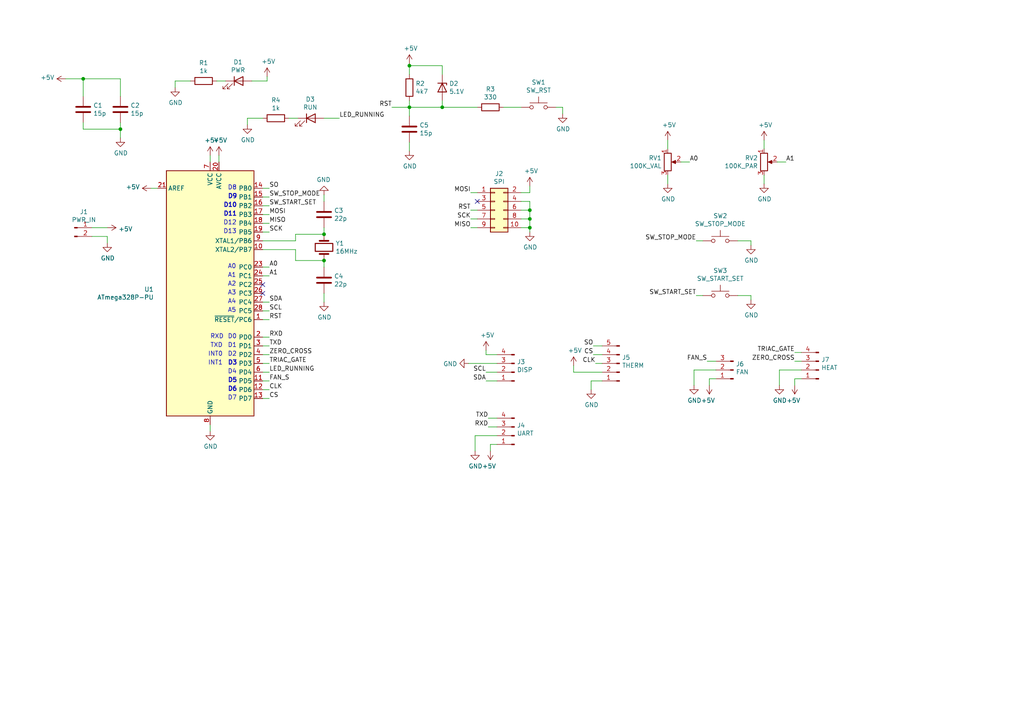
<source format=kicad_sch>
(kicad_sch (version 20230121) (generator eeschema)
  (paper "A4")
  (lib_symbols
    (symbol "Connector_Generic:Conn_02x05_Odd_Even" (pin_names (offset 1.016) hide)
      (property "Reference" "J" (at 1.27 7.62 0))
      (property "Value" "Conn_02x05_Odd_Even" (at 1.27 -7.62 0))
      (symbol "Conn_02x05_Odd_Even_1_1"
        (rectangle (start -1.27 -4.953) (end 0 -5.207) (stroke (width 0.1524)))
        (rectangle (start -1.27 -2.413) (end 0 -2.667) (stroke (width 0.1524)))
        (rectangle (start -1.27 0.127) (end 0 -0.127) (stroke (width 0.1524)))
        (rectangle (start -1.27 2.667) (end 0 2.413) (stroke (width 0.1524)))
        (rectangle (start -1.27 5.207) (end 0 4.953) (stroke (width 0.1524)))
        (rectangle (start -1.27 6.35) (end 3.81 -6.35) (stroke (width 0.254)) (fill (type background)))
        (rectangle (start 3.81 -4.953) (end 2.54 -5.207) (stroke (width 0.1524)))
        (rectangle (start 3.81 -2.413) (end 2.54 -2.667) (stroke (width 0.1524)))
        (rectangle (start 3.81 0.127) (end 2.54 -0.127) (stroke (width 0.1524)))
        (rectangle (start 3.81 2.667) (end 2.54 2.413) (stroke (width 0.1524)))
        (rectangle (start 3.81 5.207) (end 2.54 4.953) (stroke (width 0.1524)))
        (pin passive line (at -5.08 5.08 0) (length 3.81) (name "Pin_1") (number "1"))
        (pin passive line (at 7.62 -5.08 180) (length 3.81) (name "Pin_10") (number "10"))
        (pin passive line (at 7.62 5.08 180) (length 3.81) (name "Pin_2") (number "2"))
        (pin passive line (at -5.08 2.54 0) (length 3.81) (name "Pin_3") (number "3"))
        (pin passive line (at 7.62 2.54 180) (length 3.81) (name "Pin_4") (number "4"))
        (pin passive line (at -5.08 0 0) (length 3.81) (name "Pin_5") (number "5"))
        (pin passive line (at 7.62 0 180) (length 3.81) (name "Pin_6") (number "6"))
        (pin passive line (at -5.08 -2.54 0) (length 3.81) (name "Pin_7") (number "7"))
        (pin passive line (at 7.62 -2.54 180) (length 3.81) (name "Pin_8") (number "8"))
        (pin passive line (at -5.08 -5.08 0) (length 3.81) (name "Pin_9") (number "9"))
      )
    )
    (symbol "Device:C" (pin_numbers hide) (pin_names (offset 0.254))
      (property "Reference" "C" (at 0.635 2.54 0))
      (property "Value" "C" (at 0.635 -2.54 0))
      (symbol "C_0_1"
        (polyline (pts (xy -2.032 -0.762) (xy 2.032 -0.762)) (stroke (width 0.508)))
        (polyline (pts (xy -2.032 0.762) (xy 2.032 0.762)) (stroke (width 0.508)))
      )
      (symbol "C_1_1"
        (pin passive line (at 0 3.81 270) (length 2.794) (name "~") (number "1"))
        (pin passive line (at 0 -3.81 90) (length 2.794) (name "~") (number "2"))
      )
    )
    (symbol "Device:Crystal" (pin_numbers hide) (pin_names (offset 1.016) hide)
      (property "Reference" "Y" (at 0 3.81 0))
      (property "Value" "Crystal" (at 0 -3.81 0))
      (symbol "Crystal_0_1"
        (rectangle (start -1.143 2.54) (end 1.143 -2.54) (stroke (width 0.3048)))
        (polyline (pts (xy -2.54 0) (xy -1.905 0)))
        (polyline (pts (xy -1.905 -1.27) (xy -1.905 1.27)) (stroke (width 0.508)))
        (polyline (pts (xy 1.905 -1.27) (xy 1.905 1.27)) (stroke (width 0.508)))
        (polyline (pts (xy 2.54 0) (xy 1.905 0)))
      )
      (symbol "Crystal_1_1"
        (pin passive line (at -3.81 0 0) (length 1.27) (name "1") (number "1"))
        (pin passive line (at 3.81 0 180) (length 1.27) (name "2") (number "2"))
      )
    )
    (symbol "Device:D_Zener" (pin_numbers hide) (pin_names (offset 1.016) hide)
      (property "Reference" "D" (at 0 2.54 0))
      (property "Value" "D_Zener" (at 0 -2.54 0))
      (symbol "D_Zener_0_1"
        (polyline (pts (xy 1.27 0) (xy -1.27 0)))
        (polyline (pts (xy -1.27 -1.27) (xy -1.27 1.27) (xy -0.762 1.27)) (stroke (width 0.254)))
        (polyline (pts (xy 1.27 -1.27) (xy 1.27 1.27) (xy -1.27 0) (xy 1.27 -1.27)) (stroke (width 0.254)))
      )
      (symbol "D_Zener_1_1"
        (pin passive line (at -3.81 0 0) (length 2.54) (name "K") (number "1"))
        (pin passive line (at 3.81 0 180) (length 2.54) (name "A") (number "2"))
      )
    )
    (symbol "Device:LED" (pin_numbers hide) (pin_names (offset 1.016) hide)
      (property "Reference" "D" (at 0 2.54 0))
      (property "Value" "LED" (at 0 -2.54 0))
      (symbol "LED_0_1"
        (polyline (pts (xy -1.27 -1.27) (xy -1.27 1.27)) (stroke (width 0.254)))
        (polyline (pts (xy -1.27 0) (xy 1.27 0)))
        (polyline (pts (xy 1.27 -1.27) (xy 1.27 1.27) (xy -1.27 0) (xy 1.27 -1.27)) (stroke (width 0.254)))
        (polyline (pts (xy -3.048 -0.762) (xy -4.572 -2.286) (xy -3.81 -2.286) (xy -4.572 -2.286) (xy -4.572 -1.524)))
        (polyline (pts (xy -1.778 -0.762) (xy -3.302 -2.286) (xy -2.54 -2.286) (xy -3.302 -2.286) (xy -3.302 -1.524)))
      )
      (symbol "LED_1_1"
        (pin passive line (at -3.81 0 0) (length 2.54) (name "K") (number "1"))
        (pin passive line (at 3.81 0 180) (length 2.54) (name "A") (number "2"))
      )
    )
    (symbol "Device:R" (pin_numbers hide) (pin_names (offset 0))
      (property "Reference" "R" (at 2.032 0 90))
      (property "Value" "R" (at 0 0 90))
      (symbol "R_0_1"
        (rectangle (start -1.016 -2.54) (end 1.016 2.54) (stroke (width 0.254)))
      )
      (symbol "R_1_1"
        (pin passive line (at 0 3.81 270) (length 1.27) (name "~") (number "1"))
        (pin passive line (at 0 -3.81 90) (length 1.27) (name "~") (number "2"))
      )
    )
    (symbol "Switch:SW_Push" (pin_numbers hide) (pin_names (offset 1.016) hide)
      (property "Reference" "SW" (at 1.27 2.54 0))
      (property "Value" "SW_Push" (at 0 -1.524 0))
      (symbol "SW_Push_0_1"
        (circle (center -2.032 0) (radius 0.508))
        (polyline (pts (xy 0 1.27) (xy 0 3.048)))
        (polyline (pts (xy 2.54 1.27) (xy -2.54 1.27)))
        (circle (center 2.032 0) (radius 0.508))
        (pin passive line (at -5.08 0 0) (length 2.54) (name "1") (number "1"))
        (pin passive line (at 5.08 0 180) (length 2.54) (name "2") (number "2"))
      )
    )
    (symbol "power:+5V" (power) (pin_names (offset 0))
      (property "Value" "+5V" (at 0 3.556 0))
      (symbol "+5V_0_1"
        (polyline (pts (xy -0.762 1.27) (xy 0 2.54)))
        (polyline (pts (xy 0 0) (xy 0 2.54)))
        (polyline (pts (xy 0 2.54) (xy 0.762 1.27)))
      )
      (symbol "+5V_1_1"
        (pin power_in line (at 0 0 90) (length 0) hide (name "+5V") (number "1"))
      )
    )
    (symbol "power:GND" (power) (pin_names (offset 0))
      (property "Value" "GND" (at 0 -3.81 0))
      (symbol "GND_0_1"
        (polyline (pts (xy 0 0) (xy 0 -1.27) (xy 1.27 -1.27) (xy 0 -2.54) (xy -1.27 -1.27) (xy 0 -1.27)))
      )
      (symbol "GND_1_1"
        (pin power_in line (at 0 0 270) (length 0) hide (name "GND") (number "1"))
      )
    )
    (symbol "roaster-rescue:ATmega328P-PU-MCU_Microchip_ATmega"
      (property "Reference" "U" (at -12.7 36.83 0))
      (property "Value" "ATmega328P-PU-MCU_Microchip_ATmega" (at 2.54 -36.83 0))
      (symbol "ATmega328P-PU-MCU_Microchip_ATmega_0_1"
        (rectangle (start -12.7 -35.56) (end 12.7 35.56) (stroke (width 0.254)) (fill (type background)))
      )
      (symbol "ATmega328P-PU-MCU_Microchip_ATmega_1_1"
        (pin tri_state line (at 15.24 -7.62 180) (length 2.54) (name "~{RESET}/PC6") (number "1"))
        (pin tri_state line (at 15.24 12.7 180) (length 2.54) (name "XTAL2/PB7") (number "10"))
        (pin tri_state line (at 15.24 -25.4 180) (length 2.54) (name "PD5") (number "11"))
        (pin tri_state line (at 15.24 -27.94 180) (length 2.54) (name "PD6") (number "12"))
        (pin tri_state line (at 15.24 -30.48 180) (length 2.54) (name "PD7") (number "13"))
        (pin tri_state line (at 15.24 30.48 180) (length 2.54) (name "PB0") (number "14"))
        (pin tri_state line (at 15.24 27.94 180) (length 2.54) (name "PB1") (number "15"))
        (pin tri_state line (at 15.24 25.4 180) (length 2.54) (name "PB2") (number "16"))
        (pin tri_state line (at 15.24 22.86 180) (length 2.54) (name "PB3") (number "17"))
        (pin tri_state line (at 15.24 20.32 180) (length 2.54) (name "PB4") (number "18"))
        (pin tri_state line (at 15.24 17.78 180) (length 2.54) (name "PB5") (number "19"))
        (pin tri_state line (at 15.24 -12.7 180) (length 2.54) (name "PD0") (number "2"))
        (pin power_in line (at 2.54 38.1 270) (length 2.54) (name "AVCC") (number "20"))
        (pin passive line (at -15.24 30.48 0) (length 2.54) (name "AREF") (number "21"))
        (pin passive line (at 0 -38.1 90) (length 2.54) hide (name "GND") (number "22"))
        (pin tri_state line (at 15.24 7.62 180) (length 2.54) (name "PC0") (number "23"))
        (pin tri_state line (at 15.24 5.08 180) (length 2.54) (name "PC1") (number "24"))
        (pin tri_state line (at 15.24 2.54 180) (length 2.54) (name "PC2") (number "25"))
        (pin tri_state line (at 15.24 0 180) (length 2.54) (name "PC3") (number "26"))
        (pin tri_state line (at 15.24 -2.54 180) (length 2.54) (name "PC4") (number "27"))
        (pin tri_state line (at 15.24 -5.08 180) (length 2.54) (name "PC5") (number "28"))
        (pin tri_state line (at 15.24 -15.24 180) (length 2.54) (name "PD1") (number "3"))
        (pin tri_state line (at 15.24 -17.78 180) (length 2.54) (name "PD2") (number "4"))
        (pin tri_state line (at 15.24 -20.32 180) (length 2.54) (name "PD3") (number "5"))
        (pin tri_state line (at 15.24 -22.86 180) (length 2.54) (name "PD4") (number "6"))
        (pin power_in line (at 0 38.1 270) (length 2.54) (name "VCC") (number "7"))
        (pin power_in line (at 0 -38.1 90) (length 2.54) (name "GND") (number "8"))
        (pin tri_state line (at 15.24 15.24 180) (length 2.54) (name "XTAL1/PB6") (number "9"))
      )
    )
    (symbol "roaster-rescue:Conn_01x02_Male-Connector" (pin_names (offset 1.016) hide)
      (property "Reference" "J" (at 0 2.54 0))
      (property "Value" "Connector_Conn_01x02_Male" (at 0 -5.08 0))
      (symbol "Conn_01x02_Male-Connector_1_1"
        (polyline (pts (xy 1.27 -2.54) (xy 0.8636 -2.54)) (stroke (width 0.1524)))
        (polyline (pts (xy 1.27 0) (xy 0.8636 0)) (stroke (width 0.1524)))
        (rectangle (start 0.8636 -2.413) (end 0 -2.667) (stroke (width 0.1524)) (fill (type outline)))
        (rectangle (start 0.8636 0.127) (end 0 -0.127) (stroke (width 0.1524)) (fill (type outline)))
        (pin passive line (at 5.08 0 180) (length 3.81) (name "Pin_1") (number "1"))
        (pin passive line (at 5.08 -2.54 180) (length 3.81) (name "Pin_2") (number "2"))
      )
    )
    (symbol "roaster-rescue:Conn_01x03_Male-Connector" (pin_names (offset 1.016) hide)
      (property "Reference" "J" (at 0 5.08 0))
      (property "Value" "Connector_Conn_01x03_Male" (at 0 -5.08 0))
      (symbol "Conn_01x03_Male-Connector_1_1"
        (polyline (pts (xy 1.27 -2.54) (xy 0.8636 -2.54)) (stroke (width 0.1524)))
        (polyline (pts (xy 1.27 0) (xy 0.8636 0)) (stroke (width 0.1524)))
        (polyline (pts (xy 1.27 2.54) (xy 0.8636 2.54)) (stroke (width 0.1524)))
        (rectangle (start 0.8636 -2.413) (end 0 -2.667) (stroke (width 0.1524)) (fill (type outline)))
        (rectangle (start 0.8636 0.127) (end 0 -0.127) (stroke (width 0.1524)) (fill (type outline)))
        (rectangle (start 0.8636 2.667) (end 0 2.413) (stroke (width 0.1524)) (fill (type outline)))
        (pin passive line (at 5.08 2.54 180) (length 3.81) (name "Pin_1") (number "1"))
        (pin passive line (at 5.08 0 180) (length 3.81) (name "Pin_2") (number "2"))
        (pin passive line (at 5.08 -2.54 180) (length 3.81) (name "Pin_3") (number "3"))
      )
    )
    (symbol "roaster-rescue:Conn_01x04_Male-Connector" (pin_names (offset 1.016) hide)
      (property "Reference" "J" (at 0 5.08 0))
      (property "Value" "Connector_Conn_01x04_Male" (at 0 -7.62 0))
      (symbol "Conn_01x04_Male-Connector_1_1"
        (polyline (pts (xy 1.27 -5.08) (xy 0.8636 -5.08)) (stroke (width 0.1524)))
        (polyline (pts (xy 1.27 -2.54) (xy 0.8636 -2.54)) (stroke (width 0.1524)))
        (polyline (pts (xy 1.27 0) (xy 0.8636 0)) (stroke (width 0.1524)))
        (polyline (pts (xy 1.27 2.54) (xy 0.8636 2.54)) (stroke (width 0.1524)))
        (rectangle (start 0.8636 -4.953) (end 0 -5.207) (stroke (width 0.1524)) (fill (type outline)))
        (rectangle (start 0.8636 -2.413) (end 0 -2.667) (stroke (width 0.1524)) (fill (type outline)))
        (rectangle (start 0.8636 0.127) (end 0 -0.127) (stroke (width 0.1524)) (fill (type outline)))
        (rectangle (start 0.8636 2.667) (end 0 2.413) (stroke (width 0.1524)) (fill (type outline)))
        (pin passive line (at 5.08 2.54 180) (length 3.81) (name "Pin_1") (number "1"))
        (pin passive line (at 5.08 0 180) (length 3.81) (name "Pin_2") (number "2"))
        (pin passive line (at 5.08 -2.54 180) (length 3.81) (name "Pin_3") (number "3"))
        (pin passive line (at 5.08 -5.08 180) (length 3.81) (name "Pin_4") (number "4"))
      )
    )
    (symbol "roaster-rescue:Conn_01x05_Male-Connector" (pin_names (offset 1.016) hide)
      (property "Reference" "J" (at 0 7.62 0))
      (property "Value" "Connector_Conn_01x05_Male" (at 0 -7.62 0))
      (symbol "Conn_01x05_Male-Connector_1_1"
        (polyline (pts (xy 1.27 -5.08) (xy 0.8636 -5.08)) (stroke (width 0.1524)))
        (polyline (pts (xy 1.27 -2.54) (xy 0.8636 -2.54)) (stroke (width 0.1524)))
        (polyline (pts (xy 1.27 0) (xy 0.8636 0)) (stroke (width 0.1524)))
        (polyline (pts (xy 1.27 2.54) (xy 0.8636 2.54)) (stroke (width 0.1524)))
        (polyline (pts (xy 1.27 5.08) (xy 0.8636 5.08)) (stroke (width 0.1524)))
        (rectangle (start 0.8636 -4.953) (end 0 -5.207) (stroke (width 0.1524)) (fill (type outline)))
        (rectangle (start 0.8636 -2.413) (end 0 -2.667) (stroke (width 0.1524)) (fill (type outline)))
        (rectangle (start 0.8636 0.127) (end 0 -0.127) (stroke (width 0.1524)) (fill (type outline)))
        (rectangle (start 0.8636 2.667) (end 0 2.413) (stroke (width 0.1524)) (fill (type outline)))
        (rectangle (start 0.8636 5.207) (end 0 4.953) (stroke (width 0.1524)) (fill (type outline)))
        (pin passive line (at 5.08 5.08 180) (length 3.81) (name "Pin_1") (number "1"))
        (pin passive line (at 5.08 2.54 180) (length 3.81) (name "Pin_2") (number "2"))
        (pin passive line (at 5.08 0 180) (length 3.81) (name "Pin_3") (number "3"))
        (pin passive line (at 5.08 -2.54 180) (length 3.81) (name "Pin_4") (number "4"))
        (pin passive line (at 5.08 -5.08 180) (length 3.81) (name "Pin_5") (number "5"))
      )
    )
    (symbol "roaster-rescue:R_POT-Device" (pin_names (offset 1.016) hide)
      (property "Reference" "RV" (at -4.445 0 90))
      (property "Value" "Device_R_POT" (at -2.54 0 90))
      (symbol "R_POT-Device_0_1"
        (polyline (pts (xy 2.54 0) (xy 1.524 0)))
        (polyline (pts (xy 1.143 0) (xy 2.286 0.508) (xy 2.286 -0.508) (xy 1.143 0)) (fill (type outline)))
        (rectangle (start 1.016 2.54) (end -1.016 -2.54) (stroke (width 0.254)))
      )
      (symbol "R_POT-Device_1_1"
        (pin passive line (at 0 3.81 270) (length 1.27) (name "1") (number "1"))
        (pin passive line (at 3.81 0 180) (length 1.27) (name "2") (number "2"))
        (pin passive line (at 0 -3.81 90) (length 1.27) (name "3") (number "3"))
      )
    )
  )
  (junction (at 93.98 67.945))
  (junction (at 153.67 60.96))
  (junction (at 153.67 63.5))
  (junction (at 34.925 37.465))
  (junction (at 118.745 31.115))
  (junction (at 118.745 19.05))
  (junction (at 153.67 66.04))
  (junction (at 128.27 31.115))
  (junction (at 93.98 75.565))
  (junction (at 24.13 22.86))
  (no_connect (at 76.2 82.55))
  (no_connect (at 76.2 85.09))
  (no_connect (at 138.43 58.42))
  (wire (pts (xy 201.295 107.315) (xy 201.295 111.76)))
  (wire (pts (xy 63.5 45.085) (xy 63.5 46.99)))
  (wire (pts (xy 50.8 23.495) (xy 50.8 25.4)))
  (wire (pts (xy 34.925 37.465) (xy 34.925 40.005)))
  (wire (pts (xy 153.67 55.88) (xy 153.67 53.975)))
  (wire (pts (xy 76.2 102.87) (xy 78.105 102.87)))
  (wire (pts (xy 174.625 100.33) (xy 172.085 100.33)))
  (wire (pts (xy 207.645 104.775) (xy 205.105 104.775)))
  (wire (pts (xy 98.425 34.29) (xy 93.98 34.29)))
  (wire (pts (xy 207.645 109.855) (xy 205.74 109.855)))
  (wire (pts (xy 230.505 109.855) (xy 230.505 111.76)))
  (wire (pts (xy 76.2 80.01) (xy 78.105 80.01)))
  (wire (pts (xy 232.41 104.775) (xy 230.505 104.775)))
  (wire (pts (xy 128.27 29.21) (xy 128.27 31.115)))
  (wire (pts (xy 174.625 105.41) (xy 172.72 105.41)))
  (wire (pts (xy 205.74 109.855) (xy 205.74 111.76)))
  (wire (pts (xy 138.43 55.88) (xy 136.525 55.88)))
  (wire (pts (xy 146.05 31.115) (xy 151.13 31.115)))
  (wire (pts (xy 138.43 63.5) (xy 136.525 63.5)))
  (wire (pts (xy 232.41 107.315) (xy 226.06 107.315)))
  (wire (pts (xy 128.27 21.59) (xy 128.27 19.05)))
  (wire (pts (xy 85.725 75.565) (xy 93.98 75.565)))
  (wire (pts (xy 76.2 77.47) (xy 78.105 77.47)))
  (wire (pts (xy 153.67 60.96) (xy 153.67 63.5)))
  (wire (pts (xy 193.675 50.8) (xy 193.675 53.34)))
  (wire (pts (xy 85.725 69.85) (xy 85.725 67.945)))
  (wire (pts (xy 77.47 23.495) (xy 73.025 23.495)))
  (wire (pts (xy 76.2 69.85) (xy 85.725 69.85)))
  (wire (pts (xy 213.995 85.725) (xy 217.805 85.725)))
  (wire (pts (xy 207.645 107.315) (xy 201.295 107.315)))
  (wire (pts (xy 76.2 72.39) (xy 85.725 72.39)))
  (wire (pts (xy 76.2 110.49) (xy 78.105 110.49)))
  (wire (pts (xy 144.145 102.87) (xy 140.97 102.87)))
  (wire (pts (xy 24.13 35.56) (xy 24.13 37.465)))
  (wire (pts (xy 62.865 23.495) (xy 65.405 23.495)))
  (wire (pts (xy 217.805 69.85) (xy 217.805 71.12)))
  (wire (pts (xy 83.82 34.29) (xy 86.36 34.29)))
  (wire (pts (xy 118.745 19.05) (xy 118.745 18.415)))
  (wire (pts (xy 221.615 40.64) (xy 221.615 43.18)))
  (wire (pts (xy 144.145 105.41) (xy 135.89 105.41)))
  (wire (pts (xy 201.93 85.725) (xy 203.835 85.725)))
  (wire (pts (xy 118.745 21.59) (xy 118.745 19.05)))
  (wire (pts (xy 93.98 85.09) (xy 93.98 87.63)))
  (wire (pts (xy 43.815 54.61) (xy 45.72 54.61)))
  (wire (pts (xy 24.13 37.465) (xy 34.925 37.465)))
  (wire (pts (xy 85.725 67.945) (xy 93.98 67.945)))
  (wire (pts (xy 151.13 55.88) (xy 153.67 55.88)))
  (wire (pts (xy 60.96 45.085) (xy 60.96 46.99)))
  (wire (pts (xy 128.27 31.115) (xy 138.43 31.115)))
  (wire (pts (xy 76.2 113.03) (xy 78.105 113.03)))
  (wire (pts (xy 144.145 110.49) (xy 140.97 110.49)))
  (wire (pts (xy 153.67 63.5) (xy 153.67 66.04)))
  (wire (pts (xy 76.2 59.69) (xy 78.105 59.69)))
  (wire (pts (xy 144.145 107.95) (xy 140.97 107.95)))
  (wire (pts (xy 76.2 115.57) (xy 78.105 115.57)))
  (wire (pts (xy 31.115 68.58) (xy 31.115 70.485)))
  (wire (pts (xy 71.755 34.29) (xy 71.755 36.195)))
  (wire (pts (xy 34.925 35.56) (xy 34.925 37.465)))
  (wire (pts (xy 118.745 41.275) (xy 118.745 43.815)))
  (wire (pts (xy 137.795 126.365) (xy 137.795 130.81)))
  (wire (pts (xy 118.745 31.115) (xy 128.27 31.115)))
  (wire (pts (xy 232.41 109.855) (xy 230.505 109.855)))
  (wire (pts (xy 118.745 33.655) (xy 118.745 31.115)))
  (wire (pts (xy 197.485 46.99) (xy 200.025 46.99)))
  (wire (pts (xy 174.625 110.49) (xy 171.45 110.49)))
  (wire (pts (xy 217.805 85.725) (xy 217.805 86.995)))
  (wire (pts (xy 201.93 69.85) (xy 203.835 69.85)))
  (wire (pts (xy 113.665 31.115) (xy 118.745 31.115)))
  (wire (pts (xy 93.98 56.515) (xy 93.98 58.42)))
  (wire (pts (xy 174.625 102.87) (xy 172.085 102.87)))
  (wire (pts (xy 153.67 58.42) (xy 153.67 60.96)))
  (wire (pts (xy 76.2 57.15) (xy 78.105 57.15)))
  (wire (pts (xy 142.24 128.905) (xy 142.24 130.81)))
  (wire (pts (xy 76.2 54.61) (xy 78.105 54.61)))
  (wire (pts (xy 226.06 107.315) (xy 226.06 111.76)))
  (wire (pts (xy 76.2 92.71) (xy 78.105 92.71)))
  (wire (pts (xy 76.2 100.33) (xy 78.105 100.33)))
  (wire (pts (xy 76.2 34.29) (xy 71.755 34.29)))
  (wire (pts (xy 232.41 102.235) (xy 230.505 102.235)))
  (wire (pts (xy 151.13 63.5) (xy 153.67 63.5)))
  (wire (pts (xy 141.605 121.285) (xy 144.145 121.285)))
  (wire (pts (xy 76.2 90.17) (xy 78.105 90.17)))
  (wire (pts (xy 174.625 107.95) (xy 166.37 107.95)))
  (wire (pts (xy 153.67 66.04) (xy 153.67 67.31)))
  (wire (pts (xy 138.43 66.04) (xy 136.525 66.04)))
  (wire (pts (xy 163.195 31.115) (xy 163.195 33.02)))
  (wire (pts (xy 151.13 66.04) (xy 153.67 66.04)))
  (wire (pts (xy 118.745 29.21) (xy 118.745 31.115)))
  (wire (pts (xy 76.2 97.79) (xy 78.105 97.79)))
  (wire (pts (xy 171.45 110.49) (xy 171.45 113.03)))
  (wire (pts (xy 140.97 102.87) (xy 140.97 101.6)))
  (wire (pts (xy 151.13 58.42) (xy 153.67 58.42)))
  (wire (pts (xy 76.2 64.77) (xy 78.105 64.77)))
  (wire (pts (xy 55.245 23.495) (xy 50.8 23.495)))
  (wire (pts (xy 26.67 68.58) (xy 31.115 68.58)))
  (wire (pts (xy 76.2 107.95) (xy 78.105 107.95)))
  (wire (pts (xy 19.05 22.86) (xy 24.13 22.86)))
  (wire (pts (xy 93.98 75.565) (xy 93.98 77.47)))
  (wire (pts (xy 144.145 128.905) (xy 142.24 128.905)))
  (wire (pts (xy 166.37 107.95) (xy 166.37 106.045)))
  (wire (pts (xy 93.98 66.04) (xy 93.98 67.945)))
  (wire (pts (xy 225.425 46.99) (xy 227.965 46.99)))
  (wire (pts (xy 85.725 72.39) (xy 85.725 75.565)))
  (wire (pts (xy 76.2 105.41) (xy 78.105 105.41)))
  (wire (pts (xy 144.145 126.365) (xy 137.795 126.365)))
  (wire (pts (xy 24.13 27.94) (xy 24.13 22.86)))
  (wire (pts (xy 138.43 60.96) (xy 136.525 60.96)))
  (wire (pts (xy 76.2 87.63) (xy 78.105 87.63)))
  (wire (pts (xy 78.105 62.23) (xy 76.2 62.23)))
  (wire (pts (xy 221.615 50.8) (xy 221.615 53.34)))
  (wire (pts (xy 213.995 69.85) (xy 217.805 69.85)))
  (wire (pts (xy 60.96 123.19) (xy 60.96 125.095)))
  (wire (pts (xy 161.29 31.115) (xy 163.195 31.115)))
  (wire (pts (xy 77.47 22.225) (xy 77.47 23.495)))
  (wire (pts (xy 128.27 19.05) (xy 118.745 19.05)))
  (wire (pts (xy 151.13 60.96) (xy 153.67 60.96)))
  (wire (pts (xy 26.67 66.04) (xy 31.115 66.04)))
  (wire (pts (xy 193.675 40.64) (xy 193.675 43.18)))
  (wire (pts (xy 34.925 22.86) (xy 34.925 27.94)))
  (wire (pts (xy 24.13 22.86) (xy 34.925 22.86)))
  (wire (pts (xy 76.2 67.31) (xy 78.105 67.31)))
  (wire (pts (xy 141.605 123.825) (xy 144.145 123.825)))
  (text "D12" (at 64.77 65.405 0) (effects (font (size 1.27 1.27)) (justify left bottom)))
  (text "D1" (at 66.04 100.965 0) (effects (font (size 1.27 1.27)) (justify left bottom)))
  (text "A2" (at 66.04 83.185 0) (effects (font (size 1.27 1.27)) (justify left bottom)))
  (text "D10" (at 64.77 60.325 0) (effects (font (size 1.27 1.27) (thickness 0.254) bold) (justify left bottom)))
  (text "RXD" (at 60.96 98.425 0) (effects (font (size 1.27 1.27)) (justify left bottom)))
  (text "D0" (at 66.04 98.425 0) (effects (font (size 1.27 1.27)) (justify left bottom)))
  (text "D3" (at 66.04 106.045 0) (effects (font (size 1.27 1.27) (thickness 0.254) bold) (justify left bottom)))
  (text "D13" (at 64.77 67.945 0) (effects (font (size 1.27 1.27)) (justify left bottom)))
  (text "A1" (at 66.04 80.645 0) (effects (font (size 1.27 1.27)) (justify left bottom)))
  (text "D7" (at 66.04 116.205 0) (effects (font (size 1.27 1.27)) (justify left bottom)))
  (text "D11" (at 64.77 62.865 0) (effects (font (size 1.27 1.27) (thickness 0.254) bold) (justify left bottom)))
  (text "A0" (at 66.04 78.105 0) (effects (font (size 1.27 1.27)) (justify left bottom)))
  (text "A3" (at 66.04 85.725 0) (effects (font (size 1.27 1.27)) (justify left bottom)))
  (text "D5" (at 66.04 111.125 0) (effects (font (size 1.27 1.27) (thickness 0.254) bold) (justify left bottom)))
  (text "A4" (at 66.04 88.265 0) (effects (font (size 1.27 1.27)) (justify left bottom)))
  (text "D9" (at 66.04 57.785 0) (effects (font (size 1.27 1.27) (thickness 0.254) bold) (justify left bottom)))
  (text "INT1" (at 60.325 106.045 0) (effects (font (size 1.27 1.27)) (justify left bottom)))
  (text "D8" (at 66.04 55.245 0) (effects (font (size 1.27 1.27)) (justify left bottom)))
  (text "TXD" (at 60.96 100.965 0) (effects (font (size 1.27 1.27)) (justify left bottom)))
  (text "D2" (at 66.04 103.505 0) (effects (font (size 1.27 1.27)) (justify left bottom)))
  (text "D4" (at 66.04 108.585 0) (effects (font (size 1.27 1.27)) (justify left bottom)))
  (text "A5" (at 66.04 90.805 0) (effects (font (size 1.27 1.27)) (justify left bottom)))
  (text "INT0" (at 60.325 103.505 0) (effects (font (size 1.27 1.27)) (justify left bottom)))
  (text "D6" (at 66.04 113.665 0) (effects (font (size 1.27 1.27) (thickness 0.254) bold) (justify left bottom)))
  (label "MISO" (at 136.525 66.04 180))
  (label "FAN_S" (at 205.105 104.775 180))
  (label "SDA" (at 140.97 110.49 180))
  (label "RST" (at 78.105 92.71 0))
  (label "TRIAC_GATE" (at 78.105 105.41 0))
  (label "CLK" (at 172.72 105.41 180))
  (label "MOSI" (at 136.525 55.88 180))
  (label "SCL" (at 140.97 107.95 180))
  (label "A0" (at 78.105 77.47 0))
  (label "CS" (at 172.085 102.87 180))
  (label "TXD" (at 141.605 121.285 180))
  (label "SDA" (at 78.105 87.63 0))
  (label "CLK" (at 78.105 113.03 0))
  (label "A0" (at 200.025 46.99 0))
  (label "SW_STOP_MODE" (at 201.93 69.85 180))
  (label "MISO" (at 78.105 64.77 0))
  (label "SCK" (at 136.525 63.5 180))
  (label "SW_START_SET" (at 201.93 85.725 180))
  (label "RST" (at 136.525 60.96 180))
  (label "TXD" (at 78.105 100.33 0))
  (label "MOSI" (at 78.105 62.23 0))
  (label "SW_START_SET" (at 78.105 59.69 0))
  (label "RST" (at 113.665 31.115 180))
  (label "LED_RUNNING" (at 78.105 107.95 0))
  (label "TRIAC_GATE" (at 230.505 102.235 180))
  (label "A1" (at 227.965 46.99 0))
  (label "LED_RUNNING" (at 98.425 34.29 0))
  (label "A1" (at 78.105 80.01 0))
  (label "SCK" (at 78.105 67.31 0))
  (label "ZERO_CROSS" (at 78.105 102.87 0))
  (label "SCL" (at 78.105 90.17 0))
  (label "RXD" (at 78.105 97.79 0))
  (label "SO" (at 78.105 54.61 0))
  (label "RXD" (at 141.605 123.825 180))
  (label "FAN_S" (at 78.105 110.49 0))
  (label "CS" (at 78.105 115.57 0))
  (label "ZERO_CROSS" (at 230.505 104.775 180))
  (label "SO" (at 172.085 100.33 180))
  (label "SW_STOP_MODE" (at 78.105 57.15 0))
  (symbol (lib_id "roaster-rescue:ATmega328P-PU-MCU_Microchip_ATmega") (at 60.96 85.09 0) (unit 1)
    (property "Reference" "U1" (at 44.6024 83.9216 0) (effects (justify right)))
    (property "Value" "ATmega328P-PU" (at 44.6024 86.233 0) (effects (justify right)))
    (property "Footprint" "Package_DIP:DIP-28_W7.62mm" (effects hide))
    (property "Datasheet" "http://ww1.microchip.com/downloads/en/DeviceDoc/ATmega328_P%20AVR%20MCU%20with%20picoPower%20Technology%20Data%20Sheet%2040001984A.pdf" (effects hide))
  )
  (symbol (lib_id "Device:Crystal") (at 93.98 71.755 270) (unit 1)
    (property "Reference" "Y1" (at 97.3074 70.5866 90) (effects (justify left)))
    (property "Value" "16MHz" (at 97.3074 72.898 90) (effects (justify left)))
    (property "Footprint" "Crystal:Crystal_HC18-U_Vertical" (effects hide))
  )
  (symbol (lib_id "Device:C") (at 93.98 62.23 0) (unit 1)
    (property "Reference" "C3" (at 96.901 61.0616 0) (effects (justify left)))
    (property "Value" "22p" (at 96.901 63.373 0) (effects (justify left)))
    (property "Footprint" "Capacitor_THT:C_Disc_D3.0mm_W1.6mm_P2.50mm" (effects hide))
  )
  (symbol (lib_id "Device:C") (at 93.98 81.28 0) (unit 1)
    (property "Reference" "C4" (at 96.901 80.1116 0) (effects (justify left)))
    (property "Value" "22p" (at 96.901 82.423 0) (effects (justify left)))
    (property "Footprint" "Capacitor_THT:C_Disc_D3.0mm_W1.6mm_P2.50mm" (effects hide))
  )
  (symbol (lib_id "power:GND") (at 93.98 56.515 180) (unit 1)
    (property "Reference" "#PWR011" (effects hide))
    (property "Value" "GND" (at 93.853 52.1208 0))
  )
  (symbol (lib_id "power:GND") (at 93.98 87.63 0) (unit 1)
    (property "Reference" "#PWR012" (effects hide))
    (property "Value" "GND" (at 94.107 92.0242 0))
  )
  (symbol (lib_id "power:+5V") (at 60.96 45.085 0) (unit 1)
    (property "Reference" "#PWR07" (effects hide))
    (property "Value" "+5V" (at 61.341 40.6908 0))
  )
  (symbol (lib_id "power:+5V") (at 63.5 45.085 0) (unit 1)
    (property "Reference" "#PWR09" (effects hide))
    (property "Value" "+5V" (at 63.881 40.6908 0))
  )
  (symbol (lib_id "power:+5V") (at 43.815 54.61 90) (unit 1)
    (property "Reference" "#PWR05" (effects hide))
    (property "Value" "+5V" (at 40.5638 54.229 90) (effects (justify left)))
  )
  (symbol (lib_id "power:GND") (at 60.96 125.095 0) (unit 1)
    (property "Reference" "#PWR08" (effects hide))
    (property "Value" "GND" (at 61.087 129.4892 0))
  )
  (symbol (lib_id "roaster-rescue:Conn_01x02_Male-Connector") (at 21.59 66.04 0) (unit 1)
    (property "Reference" "J1" (at 24.3332 61.4426 0))
    (property "Value" "PWR_IN" (at 24.3332 63.754 0))
    (property "Footprint" "Connector_PinHeader_2.54mm:PinHeader_1x02_P2.54mm_Vertical" (effects hide))
  )
  (symbol (lib_id "power:+5V") (at 31.115 66.04 270) (unit 1)
    (property "Reference" "#PWR02" (effects hide))
    (property "Value" "+5V" (at 34.3662 66.421 90) (effects (justify left)))
  )
  (symbol (lib_id "power:GND") (at 31.115 70.485 0) (unit 1)
    (property "Reference" "#PWR03" (effects hide))
    (property "Value" "GND" (at 31.242 74.8792 0))
  )
  (symbol (lib_id "Device:C") (at 34.925 31.75 180) (unit 1)
    (property "Reference" "C2" (at 37.846 30.5816 0) (effects (justify right)))
    (property "Value" "15p" (at 37.846 32.893 0) (effects (justify right)))
    (property "Footprint" "Capacitor_THT:C_Disc_D3.0mm_W1.6mm_P2.50mm" (effects hide))
  )
  (symbol (lib_id "Device:C") (at 24.13 31.75 180) (unit 1)
    (property "Reference" "C1" (at 27.051 30.5816 0) (effects (justify right)))
    (property "Value" "15p" (at 27.051 32.893 0) (effects (justify right)))
    (property "Footprint" "Capacitor_THT:C_Disc_D3.0mm_W1.6mm_P2.50mm" (effects hide))
  )
  (symbol (lib_id "power:+5V") (at 19.05 22.86 90) (unit 1)
    (property "Reference" "#PWR01" (effects hide))
    (property "Value" "+5V" (at 15.7988 22.479 90) (effects (justify left)))
  )
  (symbol (lib_id "power:GND") (at 34.925 40.005 0) (unit 1)
    (property "Reference" "#PWR04" (effects hide))
    (property "Value" "GND" (at 35.052 44.3992 0))
  )
  (symbol (lib_id "Device:R") (at 118.745 25.4 0) (unit 1)
    (property "Reference" "R2" (at 120.523 24.2316 0) (effects (justify left)))
    (property "Value" "4k7" (at 120.523 26.543 0) (effects (justify left)))
    (property "Footprint" "Resistor_THT:R_Axial_DIN0204_L3.6mm_D1.6mm_P7.62mm_Horizontal" (effects hide))
  )
  (symbol (lib_id "power:+5V") (at 118.745 18.415 0) (unit 1)
    (property "Reference" "#PWR013" (effects hide))
    (property "Value" "+5V" (at 119.126 14.0208 0))
  )
  (symbol (lib_id "Device:D_Zener") (at 128.27 25.4 270) (unit 1)
    (property "Reference" "D2" (at 130.2766 24.2316 90) (effects (justify left)))
    (property "Value" "5.1V" (at 130.2766 26.543 90) (effects (justify left)))
    (property "Footprint" "Diode_THT:D_A-405_P7.62mm_Horizontal" (effects hide))
  )
  (symbol (lib_id "Device:C") (at 118.745 37.465 180) (unit 1)
    (property "Reference" "C5" (at 121.666 36.2966 0) (effects (justify right)))
    (property "Value" "15p" (at 121.666 38.608 0) (effects (justify right)))
    (property "Footprint" "Capacitor_THT:C_Disc_D3.0mm_W1.6mm_P2.50mm" (effects hide))
  )
  (symbol (lib_id "power:GND") (at 118.745 43.815 0) (unit 1)
    (property "Reference" "#PWR014" (effects hide))
    (property "Value" "GND" (at 118.872 48.2092 0))
  )
  (symbol (lib_id "Device:R") (at 142.24 31.115 270) (unit 1)
    (property "Reference" "R3" (at 142.24 25.8572 90))
    (property "Value" "330" (at 142.24 28.1686 90))
    (property "Footprint" "Resistor_THT:R_Axial_DIN0204_L3.6mm_D1.6mm_P7.62mm_Horizontal" (effects hide))
  )
  (symbol (lib_id "Switch:SW_Push") (at 156.21 31.115 0) (unit 1)
    (property "Reference" "SW1" (at 156.21 23.876 0))
    (property "Value" "SW_RST" (at 156.21 26.1874 0))
    (property "Footprint" "Button_Switch_THT:SW_PUSH_6mm_H4.3mm" (effects hide))
  )
  (symbol (lib_id "power:GND") (at 163.195 33.02 0) (unit 1)
    (property "Reference" "#PWR021" (effects hide))
    (property "Value" "GND" (at 163.322 37.4142 0))
  )
  (symbol (lib_id "Connector_Generic:Conn_02x05_Odd_Even") (at 143.51 60.96 0) (unit 1)
    (property "Reference" "J2" (at 144.78 50.3682 0))
    (property "Value" "SPI" (at 144.78 52.6796 0))
    (property "Footprint" "Connector_PinHeader_2.54mm:PinHeader_2x05_P2.54mm_Vertical" (effects hide))
  )
  (symbol (lib_id "power:GND") (at 153.67 67.31 0) (unit 1)
    (property "Reference" "#PWR020" (effects hide))
    (property "Value" "GND" (at 153.797 71.7042 0))
  )
  (symbol (lib_id "power:+5V") (at 153.67 53.975 0) (unit 1)
    (property "Reference" "#PWR019" (effects hide))
    (property "Value" "+5V" (at 154.051 49.5808 0))
  )
  (symbol (lib_id "Device:R") (at 59.055 23.495 270) (unit 1)
    (property "Reference" "R1" (at 59.055 18.2372 90))
    (property "Value" "1k" (at 59.055 20.5486 90))
    (property "Footprint" "Resistor_THT:R_Axial_DIN0204_L3.6mm_D1.6mm_P7.62mm_Horizontal" (effects hide))
  )
  (symbol (lib_id "Device:LED") (at 69.215 23.495 0) (unit 1)
    (property "Reference" "D1" (at 69.0372 18.0086 0))
    (property "Value" "PWR" (at 69.0372 20.32 0))
    (property "Footprint" "LED_THT:LED_D3.0mm" (effects hide))
  )
  (symbol (lib_id "power:GND") (at 50.8 25.4 0) (unit 1)
    (property "Reference" "#PWR06" (effects hide))
    (property "Value" "GND" (at 50.927 29.7942 0))
  )
  (symbol (lib_id "power:+5V") (at 77.47 22.225 0) (unit 1)
    (property "Reference" "#PWR010" (effects hide))
    (property "Value" "+5V" (at 77.851 17.8308 0))
  )
  (symbol (lib_id "roaster-rescue:Conn_01x04_Male-Connector") (at 149.225 107.95 180) (unit 1)
    (property "Reference" "J3" (at 149.9362 104.9528 0) (effects (justify right)))
    (property "Value" "DISP" (at 149.9362 107.2642 0) (effects (justify right)))
    (property "Footprint" "Connector_PinHeader_2.54mm:PinHeader_1x04_P2.54mm_Vertical" (effects hide))
  )
  (symbol (lib_id "power:GND") (at 135.89 105.41 270) (unit 1)
    (property "Reference" "#PWR015" (effects hide))
    (property "Value" "GND" (at 132.6388 105.537 90) (effects (justify right)))
  )
  (symbol (lib_id "power:+5V") (at 140.97 101.6 0) (unit 1)
    (property "Reference" "#PWR017" (effects hide))
    (property "Value" "+5V" (at 141.351 97.2058 0))
  )
  (symbol (lib_id "roaster-rescue:Conn_01x05_Male-Connector") (at 179.705 105.41 180) (unit 1)
    (property "Reference" "J5" (at 180.4162 103.6828 0) (effects (justify right)))
    (property "Value" "THERM" (at 180.4162 105.9942 0) (effects (justify right)))
    (property "Footprint" "Connector_PinHeader_2.54mm:PinHeader_1x05_P2.54mm_Vertical" (effects hide))
  )
  (symbol (lib_id "power:GND") (at 171.45 113.03 0) (unit 1)
    (property "Reference" "#PWR023" (effects hide))
    (property "Value" "GND" (at 171.577 117.4242 0))
  )
  (symbol (lib_id "power:+5V") (at 166.37 106.045 0) (unit 1)
    (property "Reference" "#PWR022" (effects hide))
    (property "Value" "+5V" (at 166.751 101.6508 0))
  )
  (symbol (lib_id "roaster-rescue:Conn_01x03_Male-Connector") (at 212.725 107.315 180) (unit 1)
    (property "Reference" "J6" (at 213.4362 105.5878 0) (effects (justify right)))
    (property "Value" "FAN" (at 213.4362 107.8992 0) (effects (justify right)))
    (property "Footprint" "Connector_PinHeader_2.54mm:PinHeader_1x03_P2.54mm_Vertical" (effects hide))
  )
  (symbol (lib_id "power:+5V") (at 205.74 111.76 180) (unit 1)
    (property "Reference" "#PWR027" (effects hide))
    (property "Value" "+5V" (at 205.359 116.1542 0))
  )
  (symbol (lib_id "power:GND") (at 201.295 111.76 0) (unit 1)
    (property "Reference" "#PWR026" (effects hide))
    (property "Value" "GND" (at 201.422 116.1542 0))
  )
  (symbol (lib_id "roaster-rescue:Conn_01x04_Male-Connector") (at 237.49 107.315 180) (unit 1)
    (property "Reference" "J7" (at 238.2012 104.3178 0) (effects (justify right)))
    (property "Value" "HEAT" (at 238.2012 106.6292 0) (effects (justify right)))
    (property "Footprint" "Connector_PinHeader_2.54mm:PinHeader_1x04_P2.54mm_Vertical" (effects hide))
  )
  (symbol (lib_id "power:+5V") (at 230.505 111.76 180) (unit 1)
    (property "Reference" "#PWR031" (effects hide))
    (property "Value" "+5V" (at 230.124 116.1542 0))
  )
  (symbol (lib_id "power:GND") (at 226.06 111.76 0) (unit 1)
    (property "Reference" "#PWR030" (effects hide))
    (property "Value" "GND" (at 226.187 116.1542 0))
  )
  (symbol (lib_id "roaster-rescue:Conn_01x04_Male-Connector") (at 149.225 126.365 180) (unit 1)
    (property "Reference" "J4" (at 149.9362 123.3678 0) (effects (justify right)))
    (property "Value" "UART" (at 149.9362 125.6792 0) (effects (justify right)))
    (property "Footprint" "Connector_PinHeader_2.54mm:PinHeader_1x04_P2.54mm_Vertical" (effects hide))
  )
  (symbol (lib_id "power:+5V") (at 142.24 130.81 180) (unit 1)
    (property "Reference" "#PWR018" (effects hide))
    (property "Value" "+5V" (at 141.859 135.2042 0))
  )
  (symbol (lib_id "power:GND") (at 137.795 130.81 0) (unit 1)
    (property "Reference" "#PWR016" (effects hide))
    (property "Value" "GND" (at 137.922 135.2042 0))
  )
  (symbol (lib_id "roaster-rescue:R_POT-Device") (at 193.675 46.99 0) (unit 1)
    (property "Reference" "RV1" (at 191.9224 45.8216 0) (effects (justify right)))
    (property "Value" "100K_VAL" (at 191.9224 48.133 0) (effects (justify right)))
    (property "Footprint" "Potentiometer_THT:Potentiometer_Alps_RK09L_Single_Vertical" (effects hide))
  )
  (symbol (lib_id "power:+5V") (at 193.675 40.64 0) (unit 1)
    (property "Reference" "#PWR024" (effects hide))
    (property "Value" "+5V" (at 194.056 36.2458 0))
  )
  (symbol (lib_id "power:GND") (at 193.675 53.34 0) (unit 1)
    (property "Reference" "#PWR025" (effects hide))
    (property "Value" "GND" (at 193.802 57.7342 0))
  )
  (symbol (lib_id "roaster-rescue:R_POT-Device") (at 221.615 46.99 0) (unit 1)
    (property "Reference" "RV2" (at 219.837 45.8216 0) (effects (justify right)))
    (property "Value" "100K_PAR" (at 219.837 48.133 0) (effects (justify right)))
    (property "Footprint" "Potentiometer_THT:Potentiometer_Alps_RK09L_Single_Vertical" (effects hide))
  )
  (symbol (lib_id "power:+5V") (at 221.615 40.64 0) (unit 1)
    (property "Reference" "#PWR028" (effects hide))
    (property "Value" "+5V" (at 221.996 36.2458 0))
  )
  (symbol (lib_id "power:GND") (at 221.615 53.34 0) (unit 1)
    (property "Reference" "#PWR029" (effects hide))
    (property "Value" "GND" (at 221.742 57.7342 0))
  )
  (symbol (lib_id "Switch:SW_Push") (at 208.915 69.85 0) (unit 1)
    (property "Reference" "SW2" (at 208.915 62.611 0))
    (property "Value" "SW_STOP_MODE" (at 208.915 64.9224 0))
    (property "Footprint" "Button_Switch_THT:SW_PUSH_6mm_H4.3mm" (effects hide))
  )
  (symbol (lib_id "power:GND") (at 217.805 71.12 0) (unit 1)
    (property "Reference" "#PWR033" (effects hide))
    (property "Value" "GND" (at 217.932 75.5142 0))
  )
  (symbol (lib_id "Switch:SW_Push") (at 208.915 85.725 0) (unit 1)
    (property "Reference" "SW3" (at 208.915 78.486 0))
    (property "Value" "SW_START_SET" (at 208.915 80.7974 0))
    (property "Footprint" "Button_Switch_THT:SW_PUSH_6mm_H4.3mm" (effects hide))
  )
  (symbol (lib_id "power:GND") (at 217.805 86.995 0) (unit 1)
    (property "Reference" "#PWR034" (effects hide))
    (property "Value" "GND" (at 217.932 91.3892 0))
  )
  (symbol (lib_id "Device:R") (at 80.01 34.29 270) (unit 1)
    (property "Reference" "R4" (at 80.01 29.0322 90))
    (property "Value" "1k" (at 80.01 31.3436 90))
    (property "Footprint" "Resistor_THT:R_Axial_DIN0204_L3.6mm_D1.6mm_P7.62mm_Horizontal" (effects hide))
  )
  (symbol (lib_id "Device:LED") (at 90.17 34.29 0) (unit 1)
    (property "Reference" "D3" (at 89.9922 28.8036 0))
    (property "Value" "RUN" (at 89.9922 31.115 0))
    (property "Footprint" "LED_THT:LED_D3.0mm" (effects hide))
  )
  (symbol (lib_id "power:GND") (at 71.755 36.195 0) (unit 1)
    (property "Reference" "#PWR032" (effects hide))
    (property "Value" "GND" (at 71.882 40.5892 0))
  )
)
</source>
